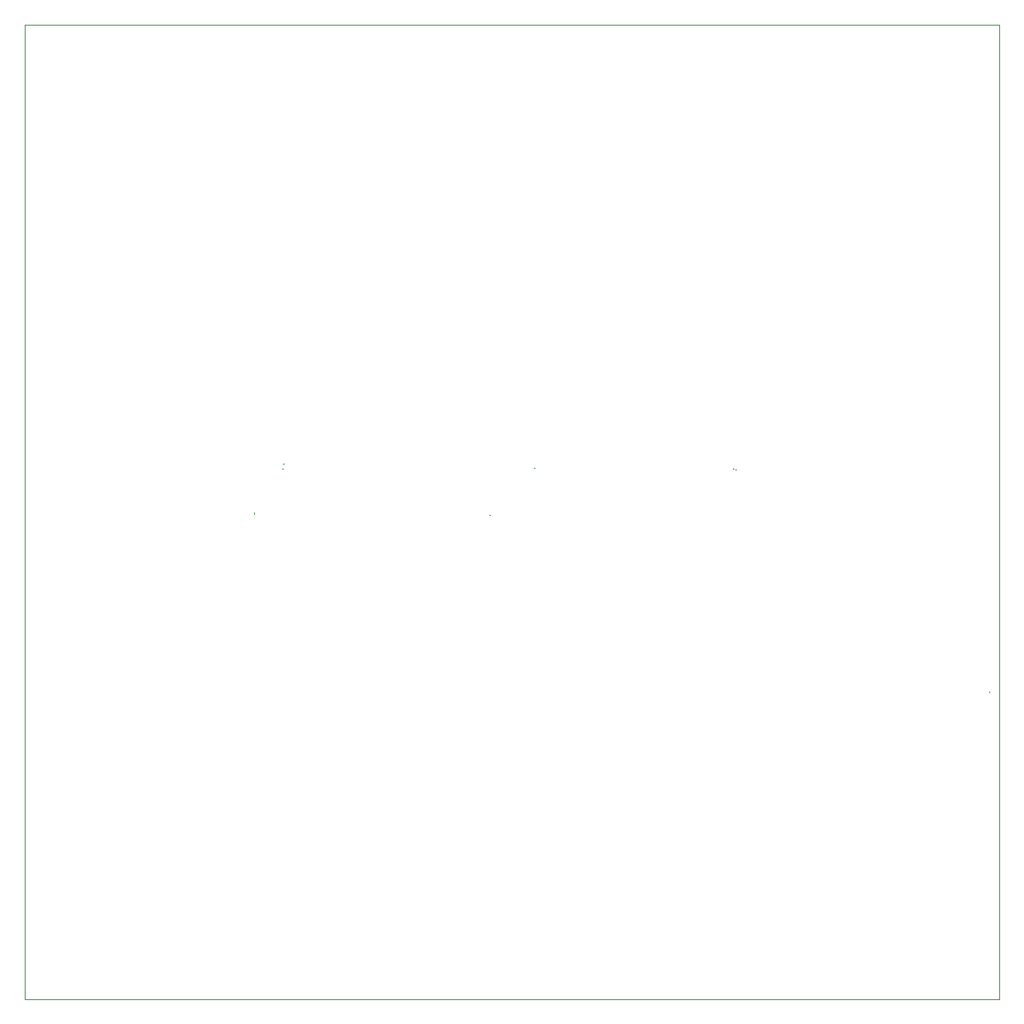
<source format=gm1>
G04 #@! TF.FileFunction,Profile,NP*
%FSLAX46Y46*%
G04 Gerber Fmt 4.6, Leading zero omitted, Abs format (unit mm)*
G04 Created by KiCad (PCBNEW 4.0.6-e0-6349~53~ubuntu16.04.1) date Sun Jul 30 22:42:26 2017*
%MOMM*%
%LPD*%
G01*
G04 APERTURE LIST*
%ADD10C,0.150000*%
%ADD11C,0.100000*%
G04 APERTURE END LIST*
D10*
D11*
X186000000Y-55000000D02*
X86000000Y-55000000D01*
X86000000Y-155000000D02*
X186000000Y-155000000D01*
X86000000Y-155000000D02*
X86000000Y-55000000D01*
X186000000Y-55000000D02*
X186000000Y-155000000D01*
X109550000Y-105100000D02*
X109550000Y-105200000D01*
X112450000Y-100050000D02*
X112550000Y-100050000D01*
X138200000Y-100500000D02*
X138300000Y-100500000D01*
X158850000Y-100650000D02*
X158950000Y-100650000D01*
X133650000Y-105300000D02*
X133750000Y-105300000D01*
X112400000Y-100550000D02*
X112500000Y-100550000D01*
X184950000Y-123400000D02*
X184950000Y-123500000D01*
X158650000Y-100550000D02*
X158750000Y-100550000D01*
M02*

</source>
